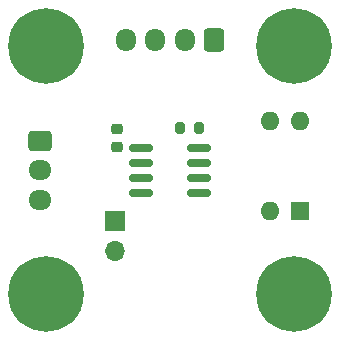
<source format=gbr>
%TF.GenerationSoftware,KiCad,Pcbnew,(6.0.8)*%
%TF.CreationDate,2023-04-13T09:43:49+02:00*%
%TF.ProjectId,ENCODER,454e434f-4445-4522-9e6b-696361645f70,1.0*%
%TF.SameCoordinates,Original*%
%TF.FileFunction,Soldermask,Top*%
%TF.FilePolarity,Negative*%
%FSLAX46Y46*%
G04 Gerber Fmt 4.6, Leading zero omitted, Abs format (unit mm)*
G04 Created by KiCad (PCBNEW (6.0.8)) date 2023-04-13 09:43:49*
%MOMM*%
%LPD*%
G01*
G04 APERTURE LIST*
G04 Aperture macros list*
%AMRoundRect*
0 Rectangle with rounded corners*
0 $1 Rounding radius*
0 $2 $3 $4 $5 $6 $7 $8 $9 X,Y pos of 4 corners*
0 Add a 4 corners polygon primitive as box body*
4,1,4,$2,$3,$4,$5,$6,$7,$8,$9,$2,$3,0*
0 Add four circle primitives for the rounded corners*
1,1,$1+$1,$2,$3*
1,1,$1+$1,$4,$5*
1,1,$1+$1,$6,$7*
1,1,$1+$1,$8,$9*
0 Add four rect primitives between the rounded corners*
20,1,$1+$1,$2,$3,$4,$5,0*
20,1,$1+$1,$4,$5,$6,$7,0*
20,1,$1+$1,$6,$7,$8,$9,0*
20,1,$1+$1,$8,$9,$2,$3,0*%
G04 Aperture macros list end*
%ADD10C,0.800000*%
%ADD11C,6.400000*%
%ADD12RoundRect,0.225000X0.250000X-0.225000X0.250000X0.225000X-0.250000X0.225000X-0.250000X-0.225000X0*%
%ADD13RoundRect,0.150000X-0.825000X-0.150000X0.825000X-0.150000X0.825000X0.150000X-0.825000X0.150000X0*%
%ADD14RoundRect,0.200000X-0.200000X-0.275000X0.200000X-0.275000X0.200000X0.275000X-0.200000X0.275000X0*%
%ADD15RoundRect,0.250000X0.600000X0.725000X-0.600000X0.725000X-0.600000X-0.725000X0.600000X-0.725000X0*%
%ADD16O,1.700000X1.950000*%
%ADD17R,1.700000X1.700000*%
%ADD18O,1.700000X1.700000*%
%ADD19RoundRect,0.250000X-0.725000X0.600000X-0.725000X-0.600000X0.725000X-0.600000X0.725000X0.600000X0*%
%ADD20O,1.950000X1.700000*%
%ADD21R,1.600000X1.600000*%
%ADD22O,1.600000X1.600000*%
G04 APERTURE END LIST*
D10*
%TO.C,H3*%
X134500000Y-81100000D03*
X132100000Y-83500000D03*
X136197056Y-81802944D03*
X132802944Y-85197056D03*
X136197056Y-85197056D03*
X132802944Y-81802944D03*
X134500000Y-85900000D03*
D11*
X134500000Y-83500000D03*
D10*
X136900000Y-83500000D03*
%TD*%
%TO.C,H4*%
X136900000Y-104500000D03*
X136197056Y-106197056D03*
X134500000Y-102100000D03*
X132802944Y-102802944D03*
X134500000Y-106900000D03*
D11*
X134500000Y-104500000D03*
D10*
X132100000Y-104500000D03*
X136197056Y-102802944D03*
X132802944Y-106197056D03*
%TD*%
%TO.C,H2*%
X111100000Y-83500000D03*
D11*
X113500000Y-83500000D03*
D10*
X113500000Y-85900000D03*
X113500000Y-81100000D03*
X115197056Y-81802944D03*
X115197056Y-85197056D03*
X115900000Y-83500000D03*
X111802944Y-81802944D03*
X111802944Y-85197056D03*
%TD*%
D12*
%TO.C,C1*%
X119500000Y-92078000D03*
X119500000Y-90528000D03*
%TD*%
D13*
%TO.C,U1*%
X121525000Y-92095000D03*
X121525000Y-93365000D03*
X121525000Y-94635000D03*
X121525000Y-95905000D03*
X126475000Y-95905000D03*
X126475000Y-94635000D03*
X126475000Y-93365000D03*
X126475000Y-92095000D03*
%TD*%
D14*
%TO.C,R1*%
X124821400Y-90464800D03*
X126471400Y-90464800D03*
%TD*%
D10*
%TO.C,H1*%
X113500000Y-106900000D03*
X111802944Y-106197056D03*
X115900000Y-104500000D03*
X115197056Y-106197056D03*
X113500000Y-102100000D03*
D11*
X113500000Y-104500000D03*
D10*
X111100000Y-104500000D03*
X111802944Y-102802944D03*
X115197056Y-102802944D03*
%TD*%
D15*
%TO.C,J2*%
X127750000Y-82975000D03*
D16*
X125250000Y-82975000D03*
X122750000Y-82975000D03*
X120250000Y-82975000D03*
%TD*%
D17*
%TO.C,C2*%
X119347200Y-98288000D03*
D18*
X119347200Y-100828000D03*
%TD*%
D19*
%TO.C,J1*%
X112975000Y-91500000D03*
D20*
X112975000Y-94000000D03*
X112975000Y-96500000D03*
%TD*%
D21*
%TO.C,SW1*%
X135000000Y-97500000D03*
D22*
X132460000Y-97500000D03*
X132460000Y-89880000D03*
X135000000Y-89880000D03*
%TD*%
M02*

</source>
